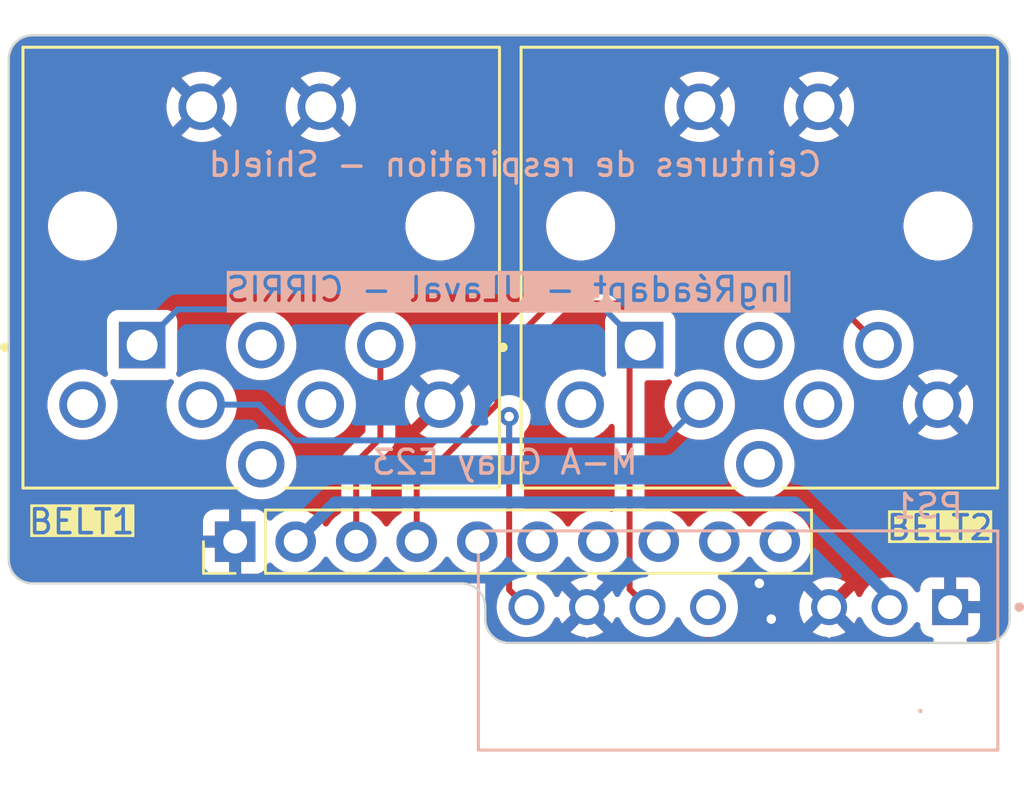
<source format=kicad_pcb>
(kicad_pcb (version 20241229) (generator "pcbnew") (generator_version "9.0")
  (title_block (title "Ceinture respiration - Shield") (date "2025-06-05") (rev "1.1") (company "IngReadapt"))
  (layers (0 "F.Cu" signal) (4 "In1.Cu" signal) (6 "In2.Cu" signal) (2 "B.Cu" signal) (13 "F.Paste" user) (15 "B.Paste" user) (5 "F.SilkS" user "F.Silkscreen") (7 "B.SilkS" user "B.Silkscreen") (1 "F.Mask" user) (3 "B.Mask" user) (25 "Edge.Cuts" user))
  (net 0 "")
  (net 1 "/SHIELD_RESPIRATION/Belt_1")
  (net 2 "/SHIELD_RESPIRATION/Belt_2")
  (net 3 "GND_EXP")
  (net 5 "-5VA")
  (net 6 "+5VA")
  (net 7 "/SHIELD_RESPIRATION/VBAT_EXP")
  (footprint "CentureResp:CUI_SDS-80J" (layer "F.Cu") (at 164.5 94.3795 180)
    (property "Reference" "J7" (hide yes))
    (property "Value" "DIN-8")
    (fp_line (start 10 -11) (end 10 7.5) (stroke (width 0.127)) (layer "F.SilkS"))
    (fp_line (start 1 -11) (end 10 -11) (stroke (width 0.127)) (layer "F.SilkS"))
    (fp_line (start -10 7.5) (end 10 7.5) (stroke (width 0.127)) (layer "F.SilkS"))
    (fp_line (start -10 7.5) (end -10 -11) (stroke (width 0.127)) (layer "F.SilkS"))
    (fp_line (start -10 -11) (end -1 -11) (stroke (width 0.127)) (layer "F.SilkS"))
    (fp_circle (center 10.764 -5.094) (end 10.864 -5.094) (stroke (width 0.2)) (fill no) (layer "F.SilkS"))
    (pad "" np_thru_hole circle (at -7.5 0 180) (size 2.4 2.4) (drill 2.4) (layers "*.Cu" "*.Mask"))
    (pad "" np_thru_hole circle (at 7.5 0 180) (size 2.4 2.4) (drill 2.4) (layers "*.Cu" "*.Mask"))
    (pad "1" thru_hole rect (at 5 -5 180) (size 1.95 1.95) (drill 1.3) (layers "*.Cu" "*.Mask") (net 6 "+5VA"))
    (pad "2" thru_hole circle (at 0 -5 180) (size 1.95 1.95) (drill 1.3) (layers "*.Cu" "*.Mask"))
    (pad "3" thru_hole circle (at -5 -5 180) (size 1.95 1.95) (drill 1.3) (layers "*.Cu" "*.Mask") (net 2 "/SHIELD_RESPIRATION/Belt_2"))
    (pad "4" thru_hole circle (at 2.5 -7.5 180) (size 1.95 1.95) (drill 1.3) (layers "*.Cu" "*.Mask") (net 5 "-5VA"))
    (pad "5" thru_hole circle (at -2.5 -7.5 180) (size 1.95 1.95) (drill 1.3) (layers "*.Cu" "*.Mask"))
    (pad "6" thru_hole circle (at 7.5 -7.5 180) (size 1.95 1.95) (drill 1.3) (layers "*.Cu" "*.Mask"))
    (pad "7" thru_hole circle (at -7.5 -7.5 180) (size 1.95 1.95) (drill 1.3) (layers "*.Cu" "*.Mask") (net 3 "GND_EXP"))
    (pad "7" thru_hole circle (at -2.5 5 180) (size 1.95 1.95) (drill 1.3) (layers "*.Cu" "*.Mask") (net 3 "GND_EXP"))
    (pad "7" thru_hole circle (at 2.5 5 180) (size 1.95 1.95) (drill 1.3) (layers "*.Cu" "*.Mask") (net 3 "GND_EXP"))
    (pad "8" thru_hole circle (at 0 -10 180) (size 1.95 1.95) (drill 1.3) (layers "*.Cu" "*.Mask"))
  )
  (footprint "CentureResp:CUI_SDS-80J" (layer "F.Cu") (at 143.5945 94.3795 180)
    (property "Reference" "J6" (hide yes))
    (property "Value" "DIN-8")
    (fp_line (start 10 -11) (end 10 7.5) (stroke (width 0.127)) (layer "F.SilkS"))
    (fp_line (start 1 -11) (end 10 -11) (stroke (width 0.127)) (layer "F.SilkS"))
    (fp_line (start -10 7.5) (end 10 7.5) (stroke (width 0.127)) (layer "F.SilkS"))
    (fp_line (start -10 7.5) (end -10 -11) (stroke (width 0.127)) (layer "F.SilkS"))
    (fp_line (start -10 -11) (end -1 -11) (stroke (width 0.127)) (layer "F.SilkS"))
    (fp_circle (center 10.764 -5.094) (end 10.864 -5.094) (stroke (width 0.2)) (fill no) (layer "F.SilkS"))
    (pad "" np_thru_hole circle (at -7.5 0 180) (size 2.4 2.4) (drill 2.4) (layers "*.Cu" "*.Mask"))
    (pad "" np_thru_hole circle (at 7.5 0 180) (size 2.4 2.4) (drill 2.4) (layers "*.Cu" "*.Mask"))
    (pad "1" thru_hole rect (at 5 -5 180) (size 1.95 1.95) (drill 1.3) (layers "*.Cu" "*.Mask") (net 6 "+5VA"))
    (pad "2" thru_hole circle (at 0 -5 180) (size 1.95 1.95) (drill 1.3) (layers "*.Cu" "*.Mask"))
    (pad "3" thru_hole circle (at -5 -5 180) (size 1.95 1.95) (drill 1.3) (layers "*.Cu" "*.Mask") (net 1 "/SHIELD_RESPIRATION/Belt_1"))
    (pad "4" thru_hole circle (at 2.5 -7.5 180) (size 1.95 1.95) (drill 1.3) (layers "*.Cu" "*.Mask") (net 5 "-5VA"))
    (pad "5" thru_hole circle (at -2.5 -7.5 180) (size 1.95 1.95) (drill 1.3) (layers "*.Cu" "*.Mask"))
    (pad "6" thru_hole circle (at 7.5 -7.5 180) (size 1.95 1.95) (drill 1.3) (layers "*.Cu" "*.Mask"))
    (pad "7" thru_hole circle (at -7.5 -7.5 180) (size 1.95 1.95) (drill 1.3) (layers "*.Cu" "*.Mask") (net 3 "GND_EXP"))
    (pad "7" thru_hole circle (at -2.5 5 180) (size 1.95 1.95) (drill 1.3) (layers "*.Cu" "*.Mask") (net 3 "GND_EXP"))
    (pad "7" thru_hole circle (at 2.5 5 180) (size 1.95 1.95) (drill 1.3) (layers "*.Cu" "*.Mask") (net 3 "GND_EXP"))
    (pad "8" thru_hole circle (at 0 -10 180) (size 1.95 1.95) (drill 1.3) (layers "*.Cu" "*.Mask"))
  )
  (footprint "Connector_PinHeader_2.54mm:PinHeader_1x10_P2.54mm_Vertical" (layer "F.Cu") (at 142.5 107.6295 90)
    (property "Reference" "J1" (hide yes))
    (property "Value" "Conn_01x10_Pin")
    (fp_line (start -1.33 -1.33) (end 0 -1.33) (stroke (width 0.12)) (layer "F.SilkS"))
    (fp_line (start -1.33 0) (end -1.33 -1.33) (stroke (width 0.12)) (layer "F.SilkS"))
    (fp_line (start 1.33 1.27) (end 1.33 24.19) (stroke (width 0.12)) (layer "F.SilkS"))
    (fp_line (start -1.33 1.27) (end 1.33 1.27) (stroke (width 0.12)) (layer "F.SilkS"))
    (fp_line (start -1.33 1.27) (end -1.33 24.19) (stroke (width 0.12)) (layer "F.SilkS"))
    (fp_line (start -1.33 24.19) (end 1.33 24.19) (stroke (width 0.12)) (layer "F.SilkS"))
    (pad "1" thru_hole rect (at 0 0 90) (size 1.7 1.7) (drill 1) (layers "*.Cu" "*.Mask") (net 3 "GND_EXP"))
    (pad "2" thru_hole oval (at 0 2.54 90) (size 1.7 1.7) (drill 1) (layers "*.Cu" "*.Mask") (net 7 "/SHIELD_RESPIRATION/VBAT_EXP"))
    (pad "3" thru_hole oval (at 0 5.08 90) (size 1.7 1.7) (drill 1) (layers "*.Cu" "*.Mask") (net 1 "/SHIELD_RESPIRATION/Belt_1"))
    (pad "4" thru_hole oval (at 0 7.62 90) (size 1.7 1.7) (drill 1) (layers "*.Cu" "*.Mask") (net 2 "/SHIELD_RESPIRATION/Belt_2"))
    (pad "5" thru_hole oval (at 0 10.16 90) (size 1.7 1.7) (drill 1) (layers "*.Cu" "*.Mask"))
    (pad "6" thru_hole oval (at 0 12.7 90) (size 1.7 1.7) (drill 1) (layers "*.Cu" "*.Mask"))
    (pad "7" thru_hole oval (at 0 15.24 90) (size 1.7 1.7) (drill 1) (layers "*.Cu" "*.Mask"))
    (pad "8" thru_hole oval (at 0 17.78 90) (size 1.7 1.7) (drill 1) (layers "*.Cu" "*.Mask"))
    (pad "9" thru_hole oval (at 0 20.32 90) (size 1.7 1.7) (drill 1) (layers "*.Cu" "*.Mask"))
    (pad "10" thru_hole oval (at 0 22.86 90) (size 1.7 1.7) (drill 1) (layers "*.Cu" "*.Mask"))
  )
  (footprint "CentureResp:CONV_RS3-0505D" (layer "B.Cu") (at 163.6075 111.7775 180)
    (property "Reference" "PS1" (at -7.975 5.635 0) (layer "B.SilkS") (effects (justify mirror)))
    (property "Value" "RS3-0505D")
    (fp_line (start 10.9 -4.6) (end 10.9 4.6) (stroke (width 0.127)) (layer "B.SilkS"))
    (fp_line (start -10.9 4.6) (end 10.9 4.6) (stroke (width 0.127)) (layer "B.SilkS"))
    (fp_line (start -10.9 4.6) (end -10.9 -4.6) (stroke (width 0.127)) (layer "B.SilkS"))
    (fp_line (start -10.9 -4.6) (end 10.9 -4.6) (stroke (width 0.127)) (layer "B.SilkS"))
    (fp_circle (center -11.8 1.4) (end -11.7 1.4) (stroke (width 0.2)) (fill no) (layer "B.SilkS"))
    (pad "1" thru_hole rect (at -8.9 1.4 180) (size 1.508 1.508) (drill 1) (layers "*.Cu" "*.Mask") (net 3 "GND_EXP"))
    (pad "2" thru_hole circle (at -6.36 1.4 180) (size 1.508 1.508) (drill 1) (layers "*.Cu" "*.Mask") (net 7 "/SHIELD_RESPIRATION/VBAT_EXP"))
    (pad "3" thru_hole circle (at -3.82 1.4 180) (size 1.508 1.508) (drill 1) (layers "*.Cu" "*.Mask") (net 3 "GND_EXP"))
    (pad "5" thru_hole circle (at 1.26 1.4 180) (size 1.508 1.508) (drill 1) (layers "*.Cu" "*.Mask"))
    (pad "6" thru_hole circle (at 3.8 1.4 180) (size 1.508 1.508) (drill 1) (layers "*.Cu" "*.Mask") (net 6 "+5VA"))
    (pad "7" thru_hole circle (at 6.34 1.4 180) (size 1.508 1.508) (drill 1) (layers "*.Cu" "*.Mask") (net 3 "GND_EXP"))
    (pad "8" thru_hole circle (at 8.88 1.4 180) (size 1.508 1.508) (drill 1) (layers "*.Cu" "*.Mask") (net 5 "-5VA"))
  )
  (gr_rect (start 171.25 114.7246) (end 171.2754 114.75) (stroke (width 0.15)) (fill yes) (layer "B.SilkS"))
  (gr_line (start 154 111.8795) (end 174 111.8795) (stroke (width 0.1)) (layer "Edge.Cuts"))
  (gr_line (start 133 87.3795) (end 133 108.3795) (stroke (width 0.1)) (layer "Edge.Cuts"))
  (gr_line (start 174 86.3795) (end 134 86.3795) (stroke (width 0.1)) (layer "Edge.Cuts"))
  (gr_arc (start 134 109.3795) (mid 133.292893 109.086607) (end 133 108.3795) (stroke (width 0.1)) (layer "Edge.Cuts"))
  (gr_line (start 175 110.8795) (end 175 87.3795) (stroke (width 0.1)) (layer "Edge.Cuts"))
  (gr_arc (start 154 111.8795) (mid 153.292893 111.586607) (end 153 110.8795) (stroke (width 0.1)) (layer "Edge.Cuts"))
  (gr_arc (start 175 110.8795) (mid 174.707107 111.586607) (end 174 111.8795) (stroke (width 0.1)) (layer "Edge.Cuts"))
  (gr_line (start 134 109.3795) (end 152 109.3795) (stroke (width 0.1)) (layer "Edge.Cuts"))
  (gr_arc (start 152 109.3795) (mid 152.707107 109.672393) (end 153 110.3795) (stroke (width 0.1)) (layer "Edge.Cuts"))
  (gr_arc (start 133 87.3795) (mid 133.292893 86.672393) (end 134 86.3795) (stroke (width 0.1)) (layer "Edge.Cuts"))
  (gr_line (start 153 110.3795) (end 153 110.8795) (stroke (width 0.1)) (layer "Edge.Cuts"))
  (gr_arc (start 174 86.3795) (mid 174.707107 86.672393) (end 175 87.3795) (stroke (width 0.1)) (layer "Edge.Cuts"))
  (gr_text "BELT1" (at 133.75 107.3795 0) (layer "F.SilkS" knockout) (effects (font (size 1 1)) (justify left bottom)))
  (gr_text "BELT2" (at 169.75 107.6295 0) (layer "F.SilkS" knockout) (effects (font (size 1 1)) (justify left bottom)))
  (gr_text " M-A Guay E23 " (at 160.25 104.8795 0) (layer "B.SilkS") (effects (font (size 1 1)) (justify left bottom mirror)))
  (gr_text "Ceintures de respiration - Shield" (at 154.25 92.3795 0) (layer "B.SilkS") (effects (font (size 1 1)) (justify bottom mirror)))
  (gr_text "IngRéadapt - ULaval - CIRRIS" (at 154 97.6295 0) (layer "B.SilkS" knockout) (effects (font (size 1 1)) (justify bottom mirror)))
  (segment (start 147.58 107.6295) (end 147.58 104.2995) (width 0.25) (layer "F.Cu") (net 1))
  (segment (start 148.5945 103.285) (end 148.5945 99.3795) (width 0.25) (layer "F.Cu") (net 1))
  (segment (start 147.58 104.2995) (end 148.5945 103.285) (width 0.25) (layer "F.Cu") (net 1))
  (segment (start 153.5 99.8795) (end 156.5 96.8795) (width 0.25) (layer "F.Cu") (net 2))
  (segment (start 150.12 107.6295) (end 150.12 105.234195) (width 0.25) (layer "F.Cu") (net 2))
  (segment (start 167 96.8795) (end 169.5 99.3795) (width 0.25) (layer "F.Cu") (net 2))
  (segment (start 156.5 96.8795) (end 167 96.8795) (width 0.25) (layer "F.Cu") (net 2))
  (segment (start 150.12 105.234195) (end 153.5 101.854195) (width 0.25) (layer "F.Cu") (net 2))
  (segment (start 153.5 101.854195) (end 153.5 99.8795) (width 0.25) (layer "F.Cu") (net 2))
  (via (at 164.5 109.3795) (size 0.8) (drill 0.4) (layers "F.Cu" "B.Cu") (net 3))
  (via (at 165 110.8795) (size 0.8) (drill 0.4) (layers "F.Cu" "B.Cu") (net 3))
  (segment (start 167.4275 110.3775) (end 167.4275 110.807) (width 0.25) (layer "B.Cu") (net 3))
  (segment (start 154.7275 110.3775) (end 154 109.65) (width 0.25) (layer "F.Cu") (net 5))
  (segment (start 154 109.65) (end 154 102.3795) (width 0.25) (layer "F.Cu") (net 5))
  (via (at 154 102.3795) (size 0.8) (drill 0.4) (layers "F.Cu" "B.Cu") (net 5))
  (segment (start 154 102.3795) (end 154 103.3795) (width 0.25) (layer "B.Cu") (net 5))
  (segment (start 145 103.3795) (end 154 103.3795) (width 0.25) (layer "B.Cu") (net 5))
  (segment (start 154 103.3795) (end 160.5 103.3795) (width 0.25) (layer "B.Cu") (net 5))
  (segment (start 143.5 101.8795) (end 145 103.3795) (width 0.25) (layer "B.Cu") (net 5))
  (segment (start 160.5 103.3795) (end 162 101.8795) (width 0.25) (layer "B.Cu") (net 5))
  (segment (start 141.0945 101.8795) (end 143.5 101.8795) (width 0.25) (layer "B.Cu") (net 5))
  (segment (start 159.8075 110.3775) (end 159.0535 109.6235) (width 0.25) (layer "F.Cu") (net 6))
  (segment (start 159.0535 109.6235) (end 159.0535 99.826) (width 0.25) (layer "F.Cu") (net 6))
  (segment (start 159.0535 99.826) (end 159.5 99.3795) (width 0.25) (layer "F.Cu") (net 6))
  (segment (start 158 97.8795) (end 159.5 99.3795) (width 0.25) (layer "B.Cu") (net 6))
  (segment (start 138.5945 99.3795) (end 140.0945 97.8795) (width 0.25) (layer "B.Cu") (net 6))
  (segment (start 140.0945 97.8795) (end 158 97.8795) (width 0.25) (layer "B.Cu") (net 6))
  (segment (start 169.9675 110.3775) (end 169.9675 109.947) (width 0.5) (layer "B.Cu") (net 7))
  (segment (start 166 105.9795) (end 146.69 105.9795) (width 0.5) (layer "B.Cu") (net 7))
  (segment (start 146.69 105.9795) (end 145.04 107.6295) (width 0.5) (layer "B.Cu") (net 7))
  (segment (start 169.9675 109.947) (end 166 105.9795) (width 0.5) (layer "B.Cu") (net 7))
  (zone (net 3) (net_name "GND_EXP") (layers "F.Cu" "B.Cu") (priority 3) (connect_pads (clearance 0.5)) (min_thickness 0.25) (fill yes (thermal_gap 0.5) (thermal_bridge_width 0.5))
    (polygon (pts (xy 133 86.3795) (xy 175 86.3795) (xy 175 116.3795) (xy 153 116.3795) (xy 153 109.3795) (xy 133 109.3795)))
  )
)
</source>
